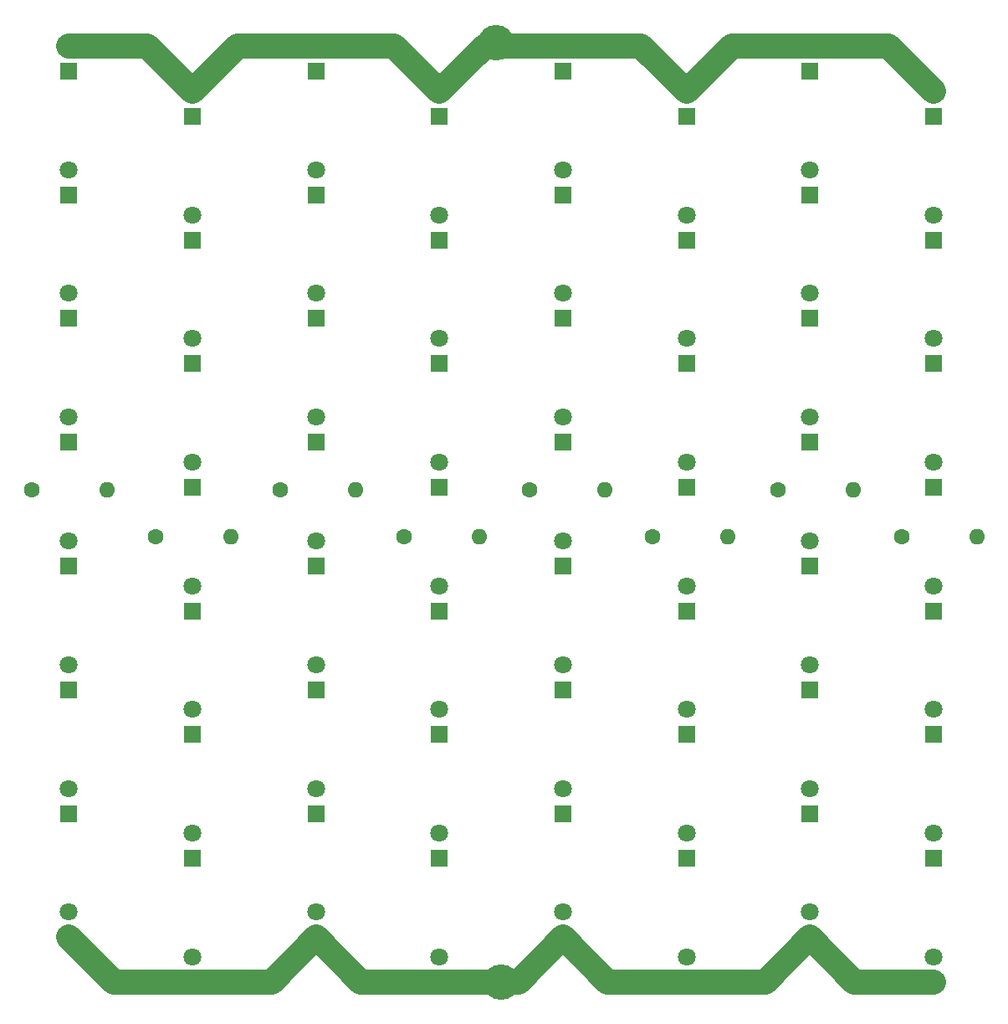
<source format=gbr>
G04 #@! TF.GenerationSoftware,KiCad,Pcbnew,(5.1.7)-1*
G04 #@! TF.CreationDate,2020-10-28T10:47:30+01:00*
G04 #@! TF.ProjectId,LED_Panel,4c45445f-5061-46e6-956c-2e6b69636164,rev?*
G04 #@! TF.SameCoordinates,Original*
G04 #@! TF.FileFunction,Copper,L1,Top*
G04 #@! TF.FilePolarity,Positive*
%FSLAX46Y46*%
G04 Gerber Fmt 4.6, Leading zero omitted, Abs format (unit mm)*
G04 Created by KiCad (PCBNEW (5.1.7)-1) date 2020-10-28 10:47:30*
%MOMM*%
%LPD*%
G01*
G04 APERTURE LIST*
G04 #@! TA.AperFunction,ComponentPad*
%ADD10C,3.600000*%
G04 #@! TD*
G04 #@! TA.AperFunction,ComponentPad*
%ADD11O,1.600000X1.600000*%
G04 #@! TD*
G04 #@! TA.AperFunction,ComponentPad*
%ADD12C,1.600000*%
G04 #@! TD*
G04 #@! TA.AperFunction,ComponentPad*
%ADD13C,1.800000*%
G04 #@! TD*
G04 #@! TA.AperFunction,ComponentPad*
%ADD14R,1.800000X1.800000*%
G04 #@! TD*
G04 #@! TA.AperFunction,Conductor*
%ADD15C,2.500000*%
G04 #@! TD*
G04 APERTURE END LIST*
D10*
X70500000Y-37500000D03*
X71000000Y-132500000D03*
D11*
X119120000Y-87500000D03*
D12*
X111500000Y-87500000D03*
D11*
X106620000Y-82750000D03*
D12*
X99000000Y-82750000D03*
D11*
X93953332Y-87500000D03*
D12*
X86333332Y-87500000D03*
D11*
X81453332Y-82750000D03*
D12*
X73833332Y-82750000D03*
D11*
X68786666Y-87500000D03*
D12*
X61166666Y-87500000D03*
D11*
X56286666Y-82750000D03*
D12*
X48666666Y-82750000D03*
D11*
X43620000Y-87500000D03*
D12*
X36000000Y-87500000D03*
D11*
X31120000Y-82750000D03*
D12*
X23500000Y-82750000D03*
D13*
X114750000Y-129960000D03*
D14*
X114750000Y-132500000D03*
D13*
X114750000Y-117460000D03*
D14*
X114750000Y-120000000D03*
D13*
X114750000Y-104960000D03*
D14*
X114750000Y-107500000D03*
D13*
X114750000Y-92460000D03*
D14*
X114750000Y-95000000D03*
D13*
X114750000Y-79960000D03*
D14*
X114750000Y-82500000D03*
D13*
X114750000Y-67460000D03*
D14*
X114750000Y-70000000D03*
D13*
X114750000Y-54960000D03*
D14*
X114750000Y-57500000D03*
D13*
X114750000Y-42460000D03*
D14*
X114750000Y-45000000D03*
D13*
X102250000Y-125460000D03*
D14*
X102250000Y-128000000D03*
D13*
X102250000Y-112945710D03*
D14*
X102250000Y-115485710D03*
D13*
X102250000Y-100431425D03*
D14*
X102250000Y-102971425D03*
D13*
X102250000Y-87917140D03*
D14*
X102250000Y-90457140D03*
D13*
X102250000Y-75402855D03*
D14*
X102250000Y-77942855D03*
D13*
X102250000Y-62888570D03*
D14*
X102250000Y-65428570D03*
D13*
X102250000Y-50374285D03*
D14*
X102250000Y-52914285D03*
D13*
X102250000Y-37860000D03*
D14*
X102250000Y-40400000D03*
D13*
X89750000Y-129960000D03*
D14*
X89750000Y-132500000D03*
D13*
X89750000Y-117460000D03*
D14*
X89750000Y-120000000D03*
D13*
X89750000Y-104960000D03*
D14*
X89750000Y-107500000D03*
D13*
X89750000Y-92460000D03*
D14*
X89750000Y-95000000D03*
D13*
X89750000Y-79960000D03*
D14*
X89750000Y-82500000D03*
D13*
X89750000Y-67460000D03*
D14*
X89750000Y-70000000D03*
D13*
X89750000Y-54960000D03*
D14*
X89750000Y-57500000D03*
D13*
X89750000Y-42460000D03*
D14*
X89750000Y-45000000D03*
D13*
X77250000Y-125460000D03*
D14*
X77250000Y-128000000D03*
D13*
X77250000Y-112945710D03*
D14*
X77250000Y-115485710D03*
D13*
X77250000Y-100431425D03*
D14*
X77250000Y-102971425D03*
D13*
X77250000Y-87917140D03*
D14*
X77250000Y-90457140D03*
D13*
X77250000Y-75402855D03*
D14*
X77250000Y-77942855D03*
D13*
X77250000Y-62888570D03*
D14*
X77250000Y-65428570D03*
D13*
X77250000Y-50374285D03*
D14*
X77250000Y-52914285D03*
D13*
X77250000Y-37860000D03*
D14*
X77250000Y-40400000D03*
D13*
X64750000Y-129960000D03*
D14*
X64750000Y-132500000D03*
D13*
X64750000Y-117460000D03*
D14*
X64750000Y-120000000D03*
D13*
X64750000Y-104960000D03*
D14*
X64750000Y-107500000D03*
D13*
X64750000Y-92460000D03*
D14*
X64750000Y-95000000D03*
D13*
X64750000Y-79960000D03*
D14*
X64750000Y-82500000D03*
D13*
X64750000Y-67460000D03*
D14*
X64750000Y-70000000D03*
D13*
X64750000Y-54960000D03*
D14*
X64750000Y-57500000D03*
D13*
X64750000Y-42460000D03*
D14*
X64750000Y-45000000D03*
D13*
X52250000Y-125460000D03*
D14*
X52250000Y-128000000D03*
D13*
X52250000Y-112945710D03*
D14*
X52250000Y-115485710D03*
D13*
X52250000Y-100431425D03*
D14*
X52250000Y-102971425D03*
D13*
X52250000Y-87917140D03*
D14*
X52250000Y-90457140D03*
D13*
X52250000Y-75402855D03*
D14*
X52250000Y-77942855D03*
D13*
X52250000Y-62888570D03*
D14*
X52250000Y-65428570D03*
D13*
X52250000Y-50374285D03*
D14*
X52250000Y-52914285D03*
D13*
X52250000Y-37860000D03*
D14*
X52250000Y-40400000D03*
D13*
X39750000Y-129960000D03*
D14*
X39750000Y-132500000D03*
D13*
X39750000Y-117460000D03*
D14*
X39750000Y-120000000D03*
D13*
X39750000Y-104960000D03*
D14*
X39750000Y-107500000D03*
D13*
X39750000Y-92460000D03*
D14*
X39750000Y-95000000D03*
D13*
X39750000Y-79960000D03*
D14*
X39750000Y-82500000D03*
D13*
X39750000Y-67460000D03*
D14*
X39750000Y-70000000D03*
D13*
X39750000Y-54960000D03*
D14*
X39750000Y-57500000D03*
D13*
X39750000Y-42460000D03*
D14*
X39750000Y-45000000D03*
D13*
X27250000Y-125460000D03*
D14*
X27250000Y-128000000D03*
D13*
X27250000Y-112945710D03*
D14*
X27250000Y-115485710D03*
D13*
X27250000Y-100431425D03*
D14*
X27250000Y-102971425D03*
D13*
X27250000Y-87917140D03*
D14*
X27250000Y-90457140D03*
D13*
X27250000Y-75402855D03*
D14*
X27250000Y-77942855D03*
D13*
X27250000Y-62888570D03*
D14*
X27250000Y-65428570D03*
D13*
X27250000Y-50374285D03*
D14*
X27250000Y-52914285D03*
D13*
X27250000Y-37860000D03*
D14*
X27250000Y-40400000D03*
D15*
X35150000Y-37860000D02*
X39750000Y-42460000D01*
X27250000Y-37860000D02*
X35150000Y-37860000D01*
X44350000Y-37860000D02*
X52250000Y-37860000D01*
X39750000Y-42460000D02*
X44350000Y-37860000D01*
X60150000Y-37860000D02*
X64750000Y-42460000D01*
X52250000Y-37860000D02*
X60150000Y-37860000D01*
X69350000Y-37860000D02*
X77250000Y-37860000D01*
X64750000Y-42460000D02*
X69350000Y-37860000D01*
X85150000Y-37860000D02*
X89750000Y-42460000D01*
X77250000Y-37860000D02*
X85150000Y-37860000D01*
X94350000Y-37860000D02*
X102250000Y-37860000D01*
X89750000Y-42460000D02*
X94350000Y-37860000D01*
X110150000Y-37860000D02*
X114750000Y-42460000D01*
X102250000Y-37860000D02*
X110150000Y-37860000D01*
X31750000Y-132500000D02*
X39750000Y-132500000D01*
X27250000Y-128000000D02*
X31750000Y-132500000D01*
X47750000Y-132500000D02*
X52250000Y-128000000D01*
X39750000Y-132500000D02*
X47750000Y-132500000D01*
X56750000Y-132500000D02*
X64750000Y-132500000D01*
X52250000Y-128000000D02*
X56750000Y-132500000D01*
X72750000Y-132500000D02*
X77250000Y-128000000D01*
X64750000Y-132500000D02*
X72750000Y-132500000D01*
X81750000Y-132500000D02*
X89750000Y-132500000D01*
X77250000Y-128000000D02*
X81750000Y-132500000D01*
X97750000Y-132500000D02*
X102250000Y-128000000D01*
X89750000Y-132500000D02*
X97750000Y-132500000D01*
X106750000Y-132500000D02*
X114750000Y-132500000D01*
X102250000Y-128000000D02*
X106750000Y-132500000D01*
M02*

</source>
